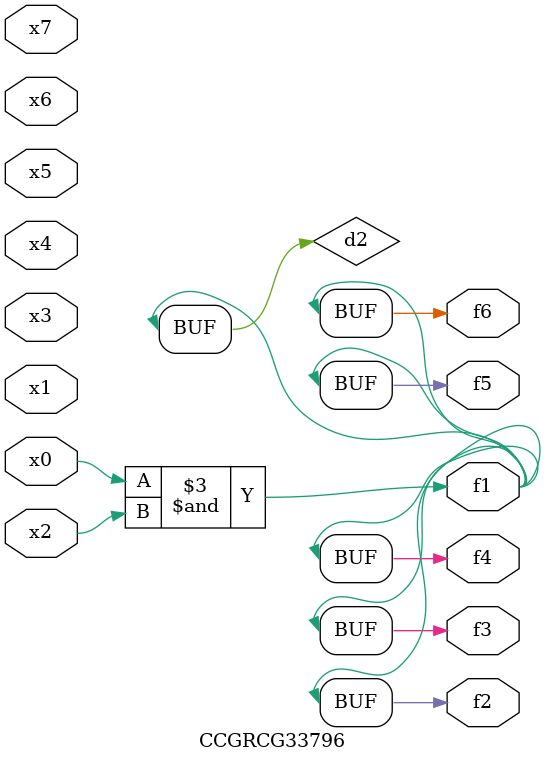
<source format=v>
module CCGRCG33796(
	input x0, x1, x2, x3, x4, x5, x6, x7,
	output f1, f2, f3, f4, f5, f6
);

	wire d1, d2;

	nor (d1, x3, x6);
	and (d2, x0, x2);
	assign f1 = d2;
	assign f2 = d2;
	assign f3 = d2;
	assign f4 = d2;
	assign f5 = d2;
	assign f6 = d2;
endmodule

</source>
